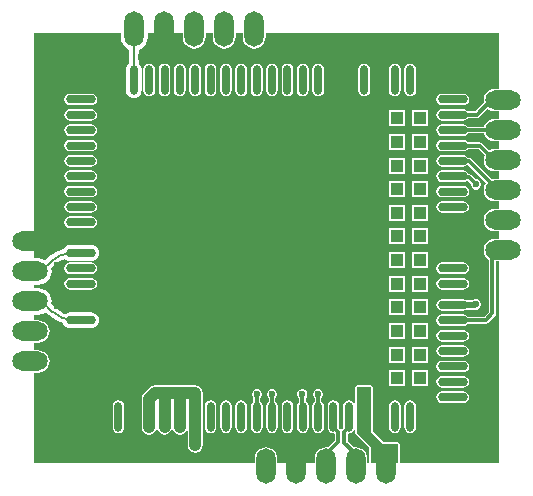
<source format=gtl>
G04*
G04 #@! TF.GenerationSoftware,Altium Limited,Altium Designer,22.2.1 (43)*
G04*
G04 Layer_Physical_Order=1*
G04 Layer_Color=255*
%FSLAX25Y25*%
%MOIN*%
G70*
G04*
G04 #@! TF.SameCoordinates,176B9DA6-FD0B-44AF-BA7B-BFE41C1ADE4B*
G04*
G04*
G04 #@! TF.FilePolarity,Positive*
G04*
G01*
G75*
%ADD12C,0.01181*%
%ADD13C,0.00787*%
G04:AMPARAMS|DCode=15|XSize=98.43mil|YSize=28.35mil|CornerRadius=14.17mil|HoleSize=0mil|Usage=FLASHONLY|Rotation=180.000|XOffset=0mil|YOffset=0mil|HoleType=Round|Shape=RoundedRectangle|*
%AMROUNDEDRECTD15*
21,1,0.09843,0.00000,0,0,180.0*
21,1,0.07008,0.02835,0,0,180.0*
1,1,0.02835,-0.03504,0.00000*
1,1,0.02835,0.03504,0.00000*
1,1,0.02835,0.03504,0.00000*
1,1,0.02835,-0.03504,0.00000*
%
%ADD15ROUNDEDRECTD15*%
G04:AMPARAMS|DCode=16|XSize=98.43mil|YSize=28.35mil|CornerRadius=14.17mil|HoleSize=0mil|Usage=FLASHONLY|Rotation=270.000|XOffset=0mil|YOffset=0mil|HoleType=Round|Shape=RoundedRectangle|*
%AMROUNDEDRECTD16*
21,1,0.09843,0.00000,0,0,270.0*
21,1,0.07008,0.02835,0,0,270.0*
1,1,0.02835,0.00000,-0.03504*
1,1,0.02835,0.00000,0.03504*
1,1,0.02835,0.00000,0.03504*
1,1,0.02835,0.00000,-0.03504*
%
%ADD16ROUNDEDRECTD16*%
%ADD17R,0.07874X0.11811*%
%ADD18R,0.04331X0.04331*%
%ADD25C,0.03937*%
%ADD26C,0.02000*%
G04:AMPARAMS|DCode=27|XSize=64.96mil|YSize=118.11mil|CornerRadius=32.48mil|HoleSize=0mil|Usage=FLASHONLY|Rotation=180.000|XOffset=0mil|YOffset=0mil|HoleType=Round|Shape=RoundedRectangle|*
%AMROUNDEDRECTD27*
21,1,0.06496,0.05315,0,0,180.0*
21,1,0.00000,0.11811,0,0,180.0*
1,1,0.06496,0.00000,0.02657*
1,1,0.06496,0.00000,0.02657*
1,1,0.06496,0.00000,-0.02657*
1,1,0.06496,0.00000,-0.02657*
%
%ADD27ROUNDEDRECTD27*%
G04:AMPARAMS|DCode=28|XSize=64.96mil|YSize=118.11mil|CornerRadius=32.48mil|HoleSize=0mil|Usage=FLASHONLY|Rotation=270.000|XOffset=0mil|YOffset=0mil|HoleType=Round|Shape=RoundedRectangle|*
%AMROUNDEDRECTD28*
21,1,0.06496,0.05315,0,0,270.0*
21,1,0.00000,0.11811,0,0,270.0*
1,1,0.06496,-0.02657,0.00000*
1,1,0.06496,-0.02657,0.00000*
1,1,0.06496,0.02657,0.00000*
1,1,0.06496,0.02657,0.00000*
%
%ADD28ROUNDEDRECTD28*%
%ADD29C,0.02362*%
G36*
X156286Y125907D02*
X154847D01*
X153868Y125778D01*
X152956Y125400D01*
X152173Y124799D01*
X151573Y124016D01*
X151195Y123105D01*
X151066Y122126D01*
X151181Y121254D01*
X148261Y118333D01*
X145836D01*
X145655Y118604D01*
X145021Y119028D01*
X144273Y119176D01*
X137265D01*
X136517Y119028D01*
X135882Y118604D01*
X135459Y117970D01*
X135310Y117221D01*
X135459Y116473D01*
X135882Y115839D01*
X136517Y115415D01*
X137265Y115267D01*
X144273D01*
X145021Y115415D01*
X145655Y115839D01*
X145836Y116110D01*
X148721D01*
X148722Y116110D01*
X149147Y116194D01*
X149508Y116435D01*
X152373Y119300D01*
X152956Y118852D01*
X153868Y118475D01*
X154847Y118346D01*
X156286D01*
Y115907D01*
X154847D01*
X153868Y115778D01*
X152956Y115400D01*
X152173Y114799D01*
X151573Y114016D01*
X151241Y113215D01*
X145836D01*
X145655Y113486D01*
X145021Y113909D01*
X144273Y114058D01*
X137265D01*
X136517Y113909D01*
X135882Y113486D01*
X135459Y112852D01*
X135310Y112103D01*
X135459Y111355D01*
X135882Y110721D01*
X136517Y110297D01*
X137265Y110149D01*
X144273D01*
X145021Y110297D01*
X145655Y110721D01*
X145836Y110992D01*
X151046D01*
X151075Y110973D01*
X151285Y110931D01*
X151573Y110236D01*
X152173Y109453D01*
X152956Y108852D01*
X153868Y108475D01*
X154847Y108346D01*
X156286D01*
Y105906D01*
X154847D01*
X153868Y105778D01*
X152956Y105400D01*
X152949Y105395D01*
X150676Y107668D01*
X150316Y107908D01*
X149890Y107993D01*
X149890Y107993D01*
X145905D01*
X145655Y108368D01*
X145021Y108791D01*
X144273Y108940D01*
X137265D01*
X136517Y108791D01*
X135882Y108368D01*
X135459Y107733D01*
X135310Y106985D01*
X135459Y106237D01*
X135882Y105603D01*
X136517Y105179D01*
X137265Y105030D01*
X144273D01*
X145021Y105179D01*
X145655Y105603D01*
X145766Y105769D01*
X149430D01*
X151458Y103741D01*
X151195Y103105D01*
X151066Y102126D01*
X151195Y101148D01*
X151573Y100236D01*
X152173Y99453D01*
X152956Y98852D01*
X153868Y98475D01*
X154847Y98346D01*
X156286D01*
Y95907D01*
X154847D01*
X153868Y95778D01*
X153802Y95750D01*
X147053Y102500D01*
X146692Y102741D01*
X146267Y102826D01*
X146267Y102826D01*
X145938D01*
X145655Y103250D01*
X145021Y103673D01*
X144273Y103822D01*
X137265D01*
X136517Y103673D01*
X135882Y103250D01*
X135459Y102615D01*
X135310Y101867D01*
X135459Y101119D01*
X135882Y100485D01*
X136517Y100061D01*
X137265Y99912D01*
X144273D01*
X145021Y100061D01*
X145655Y100485D01*
X146123Y100285D01*
X151928Y94480D01*
X151573Y94016D01*
X151195Y93105D01*
X151066Y92126D01*
X151195Y91148D01*
X151573Y90236D01*
X152173Y89453D01*
X152956Y88852D01*
X153868Y88475D01*
X154847Y88346D01*
X156286D01*
Y85906D01*
X154847D01*
X153868Y85778D01*
X152956Y85400D01*
X152173Y84799D01*
X151573Y84016D01*
X151195Y83105D01*
X151066Y82126D01*
X151195Y81148D01*
X151573Y80236D01*
X152173Y79453D01*
X152956Y78852D01*
X153868Y78475D01*
X154847Y78346D01*
X156286D01*
Y75906D01*
X154847D01*
X153868Y75778D01*
X152956Y75400D01*
X152173Y74799D01*
X151573Y74016D01*
X151195Y73105D01*
X151066Y72126D01*
X151195Y71148D01*
X151573Y70236D01*
X152173Y69453D01*
X152888Y68905D01*
Y51461D01*
X151257Y49830D01*
X145836D01*
X145655Y50100D01*
X145021Y50524D01*
X144273Y50672D01*
X137265D01*
X136517Y50524D01*
X135882Y50100D01*
X135459Y49466D01*
X135310Y48717D01*
X135459Y47969D01*
X135882Y47335D01*
X136517Y46911D01*
X137265Y46763D01*
X144273D01*
X145021Y46911D01*
X145655Y47335D01*
X145836Y47606D01*
X151717D01*
X151718Y47606D01*
X152143Y47690D01*
X152504Y47931D01*
X154786Y50214D01*
X154786Y50214D01*
X155027Y50574D01*
X155112Y51000D01*
Y68346D01*
X156286D01*
Y1204D01*
X123041D01*
Y7565D01*
X122883Y7948D01*
X122500Y8106D01*
X117616D01*
X114041Y11722D01*
Y26455D01*
X113883Y26837D01*
X113500Y26996D01*
X108814D01*
X108431Y26837D01*
X108273Y26455D01*
Y21269D01*
X107773Y21117D01*
X107505Y21517D01*
X106871Y21941D01*
X106123Y22090D01*
X105375Y21941D01*
X104741Y21517D01*
X104317Y20883D01*
X104168Y20135D01*
Y13127D01*
X104233Y12803D01*
X103862Y12433D01*
X103835Y12417D01*
X103777Y12395D01*
X103345D01*
X103248Y12433D01*
X102892Y12788D01*
X102960Y13127D01*
Y20135D01*
X102811Y20883D01*
X102387Y21517D01*
X101753Y21941D01*
X101005Y22090D01*
X100257Y21941D01*
X99623Y21517D01*
X99199Y20883D01*
X99050Y20135D01*
Y13127D01*
X99199Y12379D01*
X99623Y11745D01*
X100257Y11321D01*
X101005Y11172D01*
X101388Y10739D01*
Y8461D01*
X99265Y6337D01*
X98500Y6438D01*
X97522Y6309D01*
X96610Y5931D01*
X95827Y5331D01*
X95226Y4548D01*
X94848Y3636D01*
X94720Y2657D01*
Y1204D01*
X82280D01*
Y2657D01*
X82152Y3636D01*
X81774Y4548D01*
X81173Y5331D01*
X80390Y5931D01*
X79478Y6309D01*
X78500Y6438D01*
X77522Y6309D01*
X76610Y5931D01*
X75827Y5331D01*
X75226Y4548D01*
X74848Y3636D01*
X74720Y2657D01*
Y1204D01*
X1204D01*
Y31220D01*
X2657D01*
X3636Y31348D01*
X4548Y31726D01*
X5331Y32327D01*
X5931Y33110D01*
X6309Y34022D01*
X6438Y35000D01*
X6309Y35978D01*
X5931Y36890D01*
X5331Y37673D01*
X4548Y38274D01*
X3636Y38652D01*
X2657Y38780D01*
X1204D01*
Y41220D01*
X2657D01*
X3636Y41348D01*
X4548Y41726D01*
X5331Y42327D01*
X5931Y43110D01*
X6309Y44022D01*
X6438Y45000D01*
X6309Y45978D01*
X5931Y46890D01*
X5331Y47673D01*
X4548Y48274D01*
X3636Y48652D01*
X2657Y48780D01*
X1204D01*
Y50533D01*
X2657D01*
X3814Y50685D01*
X4891Y51131D01*
X5291Y51438D01*
X5865Y50865D01*
X6215Y50508D01*
X6215Y50508D01*
X7600Y49324D01*
X9154Y48372D01*
X10837Y47675D01*
X10872Y47667D01*
X10979Y47407D01*
X11396Y46864D01*
X11938Y46448D01*
X12571Y46186D01*
X13249Y46097D01*
X20257D01*
X20935Y46186D01*
X21567Y46448D01*
X22110Y46864D01*
X22527Y47407D01*
X22788Y48039D01*
X22878Y48717D01*
X22788Y49396D01*
X22527Y50028D01*
X22110Y50571D01*
X21567Y50987D01*
X20935Y51249D01*
X20257Y51338D01*
X13249D01*
X12571Y51249D01*
X11938Y50987D01*
X11689Y50796D01*
X11204Y50942D01*
X9749Y51720D01*
X8860Y52450D01*
X8489Y52782D01*
X8489D01*
X8142Y53129D01*
X7025Y54245D01*
X7125Y55000D01*
X6973Y56156D01*
X6526Y57234D01*
X5816Y58159D01*
X4891Y58869D01*
X3814Y59315D01*
X2657Y59467D01*
X1204D01*
Y60533D01*
X2657D01*
X3814Y60685D01*
X4891Y61131D01*
X5816Y61841D01*
X6526Y62766D01*
X6973Y63844D01*
X7125Y65000D01*
X6973Y66156D01*
X6959Y66189D01*
X7518Y66747D01*
X7865Y67094D01*
X8230Y67421D01*
X9125Y68156D01*
X10580Y68934D01*
X11512Y69216D01*
X11938Y68889D01*
X12571Y68627D01*
X13249Y68538D01*
X20257D01*
X20935Y68627D01*
X21567Y68889D01*
X22110Y69305D01*
X22527Y69848D01*
X22788Y70480D01*
X22878Y71158D01*
X22788Y71837D01*
X22527Y72469D01*
X22110Y73012D01*
X21567Y73428D01*
X20935Y73690D01*
X20257Y73779D01*
X13249D01*
X12571Y73690D01*
X11938Y73428D01*
X11396Y73012D01*
X10979Y72469D01*
X10941Y72376D01*
X10213Y72201D01*
X8529Y71504D01*
X6976Y70552D01*
X5591Y69368D01*
X5591Y69368D01*
X5241Y69011D01*
X5008Y68779D01*
X4891Y68869D01*
X3814Y69315D01*
X2657Y69467D01*
X1204D01*
Y144460D01*
X30155D01*
Y142999D01*
X30307Y141843D01*
X30754Y140766D01*
X31464Y139840D01*
X32389Y139130D01*
X32864Y138934D01*
Y134383D01*
X32616Y134193D01*
X32200Y133650D01*
X31938Y133018D01*
X31849Y132340D01*
Y125332D01*
X31938Y124653D01*
X32200Y124021D01*
X32616Y123478D01*
X33159Y123062D01*
X33791Y122800D01*
X34469Y122711D01*
X35148Y122800D01*
X35780Y123062D01*
X36323Y123478D01*
X36739Y124021D01*
X37001Y124653D01*
X37090Y125332D01*
Y132340D01*
X37001Y133018D01*
X36739Y133650D01*
X36323Y134193D01*
X36075Y134383D01*
Y138807D01*
X36856Y139130D01*
X37782Y139840D01*
X38491Y140766D01*
X38938Y141843D01*
X39090Y142999D01*
Y144460D01*
X50842D01*
Y142999D01*
X50971Y142021D01*
X51349Y141109D01*
X51950Y140326D01*
X52732Y139725D01*
X53644Y139348D01*
X54623Y139219D01*
X55601Y139348D01*
X56513Y139725D01*
X57296Y140326D01*
X57897Y141109D01*
X58274Y142021D01*
X58403Y142999D01*
Y144460D01*
X60842D01*
Y142999D01*
X60971Y142021D01*
X61349Y141109D01*
X61949Y140326D01*
X62732Y139725D01*
X63644Y139348D01*
X64623Y139219D01*
X65601Y139348D01*
X66513Y139725D01*
X67296Y140326D01*
X67896Y141109D01*
X68274Y142021D01*
X68403Y142999D01*
Y144460D01*
X70842D01*
Y142999D01*
X70971Y142021D01*
X71349Y141109D01*
X71949Y140326D01*
X72732Y139725D01*
X73644Y139348D01*
X74623Y139219D01*
X75601Y139348D01*
X76513Y139725D01*
X77296Y140326D01*
X77896Y141109D01*
X78274Y142021D01*
X78403Y142999D01*
Y144460D01*
X156286D01*
Y125907D01*
D02*
G37*
G36*
X113500Y11500D02*
X117390Y7565D01*
X122500D01*
Y1204D01*
X113500D01*
Y6500D01*
X108814Y11186D01*
Y26455D01*
X113500D01*
Y11500D01*
D02*
G37*
G36*
X108273Y11993D02*
Y11186D01*
X108272Y11186D01*
X108431Y10804D01*
X108431Y10804D01*
X112959Y6276D01*
Y1204D01*
X112280D01*
Y2657D01*
X112152Y3636D01*
X111774Y4548D01*
X111173Y5331D01*
X110390Y5931D01*
X109478Y6309D01*
X108500Y6438D01*
X107812Y6347D01*
X105722Y8437D01*
Y10742D01*
X106123Y11172D01*
X106871Y11321D01*
X107505Y11745D01*
X107773Y12145D01*
X108273Y11993D01*
D02*
G37*
%LPC*%
G36*
X126595Y134294D02*
X125847Y134146D01*
X125213Y133722D01*
X124789Y133088D01*
X124641Y132340D01*
Y125332D01*
X124789Y124584D01*
X125213Y123949D01*
X125847Y123526D01*
X126595Y123377D01*
X127343Y123526D01*
X127978Y123949D01*
X128402Y124584D01*
X128550Y125332D01*
Y132340D01*
X128402Y133088D01*
X127978Y133722D01*
X127343Y134146D01*
X126595Y134294D01*
D02*
G37*
G36*
X121477D02*
X120729Y134146D01*
X120095Y133722D01*
X119671Y133088D01*
X119522Y132340D01*
Y125332D01*
X119671Y124584D01*
X120095Y123949D01*
X120729Y123526D01*
X121477Y123377D01*
X122225Y123526D01*
X122860Y123949D01*
X123283Y124584D01*
X123432Y125332D01*
Y132340D01*
X123283Y133088D01*
X122860Y133722D01*
X122225Y134146D01*
X121477Y134294D01*
D02*
G37*
G36*
X111241D02*
X110493Y134146D01*
X109859Y133722D01*
X109435Y133088D01*
X109286Y132340D01*
Y125332D01*
X109435Y124584D01*
X109859Y123949D01*
X110493Y123526D01*
X111241Y123377D01*
X111989Y123526D01*
X112623Y123949D01*
X113047Y124584D01*
X113196Y125332D01*
Y132340D01*
X113047Y133088D01*
X112623Y133722D01*
X111989Y134146D01*
X111241Y134294D01*
D02*
G37*
G36*
X95887D02*
X95139Y134146D01*
X94504Y133722D01*
X94081Y133088D01*
X93932Y132340D01*
Y125332D01*
X94081Y124584D01*
X94504Y123949D01*
X95139Y123526D01*
X95887Y123377D01*
X96635Y123526D01*
X97269Y123949D01*
X97693Y124584D01*
X97842Y125332D01*
Y132340D01*
X97693Y133088D01*
X97269Y133722D01*
X96635Y134146D01*
X95887Y134294D01*
D02*
G37*
G36*
X90769D02*
X90021Y134146D01*
X89386Y133722D01*
X88963Y133088D01*
X88814Y132340D01*
Y125332D01*
X88963Y124584D01*
X89386Y123949D01*
X90021Y123526D01*
X90769Y123377D01*
X91517Y123526D01*
X92151Y123949D01*
X92575Y124584D01*
X92724Y125332D01*
Y132340D01*
X92575Y133088D01*
X92151Y133722D01*
X91517Y134146D01*
X90769Y134294D01*
D02*
G37*
G36*
X85650D02*
X84902Y134146D01*
X84268Y133722D01*
X83845Y133088D01*
X83696Y132340D01*
Y125332D01*
X83845Y124584D01*
X84268Y123949D01*
X84902Y123526D01*
X85650Y123377D01*
X86399Y123526D01*
X87033Y123949D01*
X87457Y124584D01*
X87605Y125332D01*
Y132340D01*
X87457Y133088D01*
X87033Y133722D01*
X86399Y134146D01*
X85650Y134294D01*
D02*
G37*
G36*
X80532D02*
X79784Y134146D01*
X79150Y133722D01*
X78726Y133088D01*
X78578Y132340D01*
Y125332D01*
X78726Y124584D01*
X79150Y123949D01*
X79784Y123526D01*
X80532Y123377D01*
X81280Y123526D01*
X81915Y123949D01*
X82339Y124584D01*
X82487Y125332D01*
Y132340D01*
X82339Y133088D01*
X81915Y133722D01*
X81280Y134146D01*
X80532Y134294D01*
D02*
G37*
G36*
X75414D02*
X74666Y134146D01*
X74032Y133722D01*
X73608Y133088D01*
X73459Y132340D01*
Y125332D01*
X73608Y124584D01*
X74032Y123949D01*
X74666Y123526D01*
X75414Y123377D01*
X76162Y123526D01*
X76797Y123949D01*
X77220Y124584D01*
X77369Y125332D01*
Y132340D01*
X77220Y133088D01*
X76797Y133722D01*
X76162Y134146D01*
X75414Y134294D01*
D02*
G37*
G36*
X70296D02*
X69548Y134146D01*
X68914Y133722D01*
X68490Y133088D01*
X68341Y132340D01*
Y125332D01*
X68490Y124584D01*
X68914Y123949D01*
X69548Y123526D01*
X70296Y123377D01*
X71044Y123526D01*
X71679Y123949D01*
X72102Y124584D01*
X72251Y125332D01*
Y132340D01*
X72102Y133088D01*
X71679Y133722D01*
X71044Y134146D01*
X70296Y134294D01*
D02*
G37*
G36*
X65178D02*
X64430Y134146D01*
X63796Y133722D01*
X63372Y133088D01*
X63223Y132340D01*
Y125332D01*
X63372Y124584D01*
X63796Y123949D01*
X64430Y123526D01*
X65178Y123377D01*
X65926Y123526D01*
X66560Y123949D01*
X66984Y124584D01*
X67133Y125332D01*
Y132340D01*
X66984Y133088D01*
X66560Y133722D01*
X65926Y134146D01*
X65178Y134294D01*
D02*
G37*
G36*
X60060D02*
X59312Y134146D01*
X58678Y133722D01*
X58254Y133088D01*
X58105Y132340D01*
Y125332D01*
X58254Y124584D01*
X58678Y123949D01*
X59312Y123526D01*
X60060Y123377D01*
X60808Y123526D01*
X61442Y123949D01*
X61866Y124584D01*
X62015Y125332D01*
Y132340D01*
X61866Y133088D01*
X61442Y133722D01*
X60808Y134146D01*
X60060Y134294D01*
D02*
G37*
G36*
X54942D02*
X54194Y134146D01*
X53560Y133722D01*
X53136Y133088D01*
X52987Y132340D01*
Y125332D01*
X53136Y124584D01*
X53560Y123949D01*
X54194Y123526D01*
X54942Y123377D01*
X55690Y123526D01*
X56324Y123949D01*
X56748Y124584D01*
X56897Y125332D01*
Y132340D01*
X56748Y133088D01*
X56324Y133722D01*
X55690Y134146D01*
X54942Y134294D01*
D02*
G37*
G36*
X49824D02*
X49076Y134146D01*
X48441Y133722D01*
X48018Y133088D01*
X47869Y132340D01*
Y125332D01*
X48018Y124584D01*
X48441Y123949D01*
X49076Y123526D01*
X49824Y123377D01*
X50572Y123526D01*
X51206Y123949D01*
X51630Y124584D01*
X51779Y125332D01*
Y132340D01*
X51630Y133088D01*
X51206Y133722D01*
X50572Y134146D01*
X49824Y134294D01*
D02*
G37*
G36*
X44706D02*
X43958Y134146D01*
X43323Y133722D01*
X42900Y133088D01*
X42751Y132340D01*
Y125332D01*
X42900Y124584D01*
X43323Y123949D01*
X43958Y123526D01*
X44706Y123377D01*
X45454Y123526D01*
X46088Y123949D01*
X46512Y124584D01*
X46661Y125332D01*
Y132340D01*
X46512Y133088D01*
X46088Y133722D01*
X45454Y134146D01*
X44706Y134294D01*
D02*
G37*
G36*
X39588D02*
X38839Y134146D01*
X38205Y133722D01*
X37782Y133088D01*
X37633Y132340D01*
Y125332D01*
X37782Y124584D01*
X38205Y123949D01*
X38839Y123526D01*
X39588Y123377D01*
X40336Y123526D01*
X40970Y123949D01*
X41394Y124584D01*
X41542Y125332D01*
Y132340D01*
X41394Y133088D01*
X40970Y133722D01*
X40336Y134146D01*
X39588Y134294D01*
D02*
G37*
G36*
X144273Y124294D02*
X137265D01*
X136517Y124146D01*
X135882Y123722D01*
X135459Y123088D01*
X135310Y122340D01*
X135459Y121591D01*
X135882Y120957D01*
X136517Y120534D01*
X137265Y120385D01*
X144273D01*
X145021Y120534D01*
X145655Y120957D01*
X146079Y121591D01*
X146228Y122340D01*
X146079Y123088D01*
X145655Y123722D01*
X145021Y124146D01*
X144273Y124294D01*
D02*
G37*
G36*
X20257D02*
X13249D01*
X12501Y124146D01*
X11867Y123722D01*
X11443Y123088D01*
X11294Y122340D01*
X11443Y121591D01*
X11867Y120957D01*
X12501Y120534D01*
X13249Y120385D01*
X20257D01*
X21005Y120534D01*
X21639Y120957D01*
X22063Y121591D01*
X22212Y122340D01*
X22063Y123088D01*
X21639Y123722D01*
X21005Y124146D01*
X20257Y124294D01*
D02*
G37*
G36*
Y119176D02*
X13249D01*
X12501Y119028D01*
X11867Y118604D01*
X11443Y117970D01*
X11294Y117221D01*
X11443Y116473D01*
X11867Y115839D01*
X12501Y115415D01*
X13249Y115267D01*
X20257D01*
X21005Y115415D01*
X21639Y115839D01*
X22063Y116473D01*
X22212Y117221D01*
X22063Y117970D01*
X21639Y118604D01*
X21005Y119028D01*
X20257Y119176D01*
D02*
G37*
G36*
X132607Y118706D02*
X127277D01*
Y113375D01*
X132607D01*
Y118706D01*
D02*
G37*
G36*
X124733D02*
X119403D01*
Y113375D01*
X124733D01*
Y118706D01*
D02*
G37*
G36*
X20257Y114058D02*
X13249D01*
X12501Y113909D01*
X11867Y113486D01*
X11443Y112852D01*
X11294Y112103D01*
X11443Y111355D01*
X11867Y110721D01*
X12501Y110297D01*
X13249Y110149D01*
X20257D01*
X21005Y110297D01*
X21639Y110721D01*
X22063Y111355D01*
X22212Y112103D01*
X22063Y112852D01*
X21639Y113486D01*
X21005Y113909D01*
X20257Y114058D01*
D02*
G37*
G36*
X132607Y110832D02*
X127277D01*
Y105501D01*
X132607D01*
Y110832D01*
D02*
G37*
G36*
X124733D02*
X119403D01*
Y105501D01*
X124733D01*
Y110832D01*
D02*
G37*
G36*
X20257Y108940D02*
X13249D01*
X12501Y108791D01*
X11867Y108368D01*
X11443Y107733D01*
X11294Y106985D01*
X11443Y106237D01*
X11867Y105603D01*
X12501Y105179D01*
X13249Y105030D01*
X20257D01*
X21005Y105179D01*
X21639Y105603D01*
X22063Y106237D01*
X22212Y106985D01*
X22063Y107733D01*
X21639Y108368D01*
X21005Y108791D01*
X20257Y108940D01*
D02*
G37*
G36*
Y103822D02*
X13249D01*
X12501Y103673D01*
X11867Y103250D01*
X11443Y102615D01*
X11294Y101867D01*
X11443Y101119D01*
X11867Y100485D01*
X12501Y100061D01*
X13249Y99912D01*
X20257D01*
X21005Y100061D01*
X21639Y100485D01*
X22063Y101119D01*
X22212Y101867D01*
X22063Y102615D01*
X21639Y103250D01*
X21005Y103673D01*
X20257Y103822D01*
D02*
G37*
G36*
X132607Y102958D02*
X127277D01*
Y97627D01*
X132607D01*
Y102958D01*
D02*
G37*
G36*
X124733D02*
X119403D01*
Y97627D01*
X124733D01*
Y102958D01*
D02*
G37*
G36*
X20257Y98704D02*
X13249D01*
X12501Y98555D01*
X11867Y98131D01*
X11443Y97497D01*
X11294Y96749D01*
X11443Y96001D01*
X11867Y95367D01*
X12501Y94943D01*
X13249Y94794D01*
X20257D01*
X21005Y94943D01*
X21639Y95367D01*
X22063Y96001D01*
X22212Y96749D01*
X22063Y97497D01*
X21639Y98131D01*
X21005Y98555D01*
X20257Y98704D01*
D02*
G37*
G36*
X144273D02*
X137265D01*
X136517Y98555D01*
X135882Y98131D01*
X135459Y97497D01*
X135310Y96749D01*
X135459Y96001D01*
X135882Y95367D01*
X136517Y94943D01*
X137265Y94794D01*
X144273D01*
X145021Y94943D01*
X145586Y95321D01*
X145607D01*
X146819Y94109D01*
Y93666D01*
X147075Y93048D01*
X147548Y92575D01*
X148166Y92319D01*
X148834D01*
X149452Y92575D01*
X149925Y93048D01*
X150181Y93666D01*
Y94334D01*
X149925Y94952D01*
X149452Y95425D01*
X148834Y95681D01*
X148391D01*
X146854Y97219D01*
X146493Y97460D01*
X146067Y97545D01*
X146067Y97545D01*
X146047D01*
X145655Y98131D01*
X145021Y98555D01*
X144273Y98704D01*
D02*
G37*
G36*
X132607Y95084D02*
X127277D01*
Y89753D01*
X132607D01*
Y95084D01*
D02*
G37*
G36*
X124733D02*
X119403D01*
Y89753D01*
X124733D01*
Y95084D01*
D02*
G37*
G36*
X144273Y93586D02*
X137265D01*
X136517Y93437D01*
X135882Y93013D01*
X135459Y92379D01*
X135310Y91631D01*
X135459Y90883D01*
X135882Y90249D01*
X136517Y89825D01*
X137265Y89676D01*
X144273D01*
X145021Y89825D01*
X145655Y90249D01*
X146079Y90883D01*
X146228Y91631D01*
X146079Y92379D01*
X145655Y93013D01*
X145021Y93437D01*
X144273Y93586D01*
D02*
G37*
G36*
X20257D02*
X13249D01*
X12501Y93437D01*
X11867Y93013D01*
X11443Y92379D01*
X11294Y91631D01*
X11443Y90883D01*
X11867Y90249D01*
X12501Y89825D01*
X13249Y89676D01*
X20257D01*
X21005Y89825D01*
X21639Y90249D01*
X22063Y90883D01*
X22212Y91631D01*
X22063Y92379D01*
X21639Y93013D01*
X21005Y93437D01*
X20257Y93586D01*
D02*
G37*
G36*
X144273Y88468D02*
X137265D01*
X136517Y88319D01*
X135882Y87895D01*
X135459Y87261D01*
X135310Y86513D01*
X135459Y85765D01*
X135882Y85131D01*
X136517Y84707D01*
X137265Y84558D01*
X144273D01*
X145021Y84707D01*
X145655Y85131D01*
X146079Y85765D01*
X146228Y86513D01*
X146079Y87261D01*
X145655Y87895D01*
X145021Y88319D01*
X144273Y88468D01*
D02*
G37*
G36*
X20257D02*
X13249D01*
X12501Y88319D01*
X11867Y87895D01*
X11443Y87261D01*
X11294Y86513D01*
X11443Y85765D01*
X11867Y85131D01*
X12501Y84707D01*
X13249Y84558D01*
X20257D01*
X21005Y84707D01*
X21639Y85131D01*
X22063Y85765D01*
X22212Y86513D01*
X22063Y87261D01*
X21639Y87895D01*
X21005Y88319D01*
X20257Y88468D01*
D02*
G37*
G36*
X132607Y87210D02*
X127277D01*
Y81879D01*
X132607D01*
Y87210D01*
D02*
G37*
G36*
X124733D02*
X119403D01*
Y81879D01*
X124733D01*
Y87210D01*
D02*
G37*
G36*
X20257Y83350D02*
X13249D01*
X12501Y83201D01*
X11867Y82777D01*
X11443Y82143D01*
X11294Y81395D01*
X11443Y80647D01*
X11867Y80012D01*
X12501Y79589D01*
X13249Y79440D01*
X20257D01*
X21005Y79589D01*
X21639Y80012D01*
X22063Y80647D01*
X22212Y81395D01*
X22063Y82143D01*
X21639Y82777D01*
X21005Y83201D01*
X20257Y83350D01*
D02*
G37*
G36*
X132607Y79336D02*
X127277D01*
Y74005D01*
X132607D01*
Y79336D01*
D02*
G37*
G36*
X124733D02*
X119403D01*
Y74005D01*
X124733D01*
Y79336D01*
D02*
G37*
G36*
X132607Y71462D02*
X127277D01*
Y66131D01*
X132607D01*
Y71462D01*
D02*
G37*
G36*
X124733D02*
X119403D01*
Y66131D01*
X124733D01*
Y71462D01*
D02*
G37*
G36*
X144273Y67995D02*
X137265D01*
X136517Y67847D01*
X135882Y67423D01*
X135459Y66789D01*
X135310Y66040D01*
X135459Y65292D01*
X135882Y64658D01*
X136517Y64234D01*
X137265Y64086D01*
X144273D01*
X145021Y64234D01*
X145655Y64658D01*
X146079Y65292D01*
X146228Y66040D01*
X146079Y66789D01*
X145655Y67423D01*
X145021Y67847D01*
X144273Y67995D01*
D02*
G37*
G36*
X20257D02*
X13249D01*
X12501Y67847D01*
X11867Y67423D01*
X11443Y66789D01*
X11294Y66040D01*
X11443Y65292D01*
X11867Y64658D01*
X12501Y64234D01*
X13249Y64086D01*
X20257D01*
X21005Y64234D01*
X21639Y64658D01*
X22063Y65292D01*
X22212Y66040D01*
X22063Y66789D01*
X21639Y67423D01*
X21005Y67847D01*
X20257Y67995D01*
D02*
G37*
G36*
X144273Y62877D02*
X137265D01*
X136517Y62728D01*
X135882Y62305D01*
X135459Y61670D01*
X135310Y60922D01*
X135459Y60174D01*
X135882Y59540D01*
X136517Y59116D01*
X137265Y58967D01*
X144273D01*
X145021Y59116D01*
X145655Y59540D01*
X146079Y60174D01*
X146228Y60922D01*
X146079Y61670D01*
X145655Y62305D01*
X145021Y62728D01*
X144273Y62877D01*
D02*
G37*
G36*
X20257D02*
X13249D01*
X12501Y62728D01*
X11867Y62305D01*
X11443Y61670D01*
X11294Y60922D01*
X11443Y60174D01*
X11867Y59540D01*
X12501Y59116D01*
X13249Y58967D01*
X20257D01*
X21005Y59116D01*
X21639Y59540D01*
X22063Y60174D01*
X22212Y60922D01*
X22063Y61670D01*
X21639Y62305D01*
X21005Y62728D01*
X20257Y62877D01*
D02*
G37*
G36*
X132607Y63588D02*
X127277D01*
Y58257D01*
X132607D01*
Y63588D01*
D02*
G37*
G36*
X124733D02*
X119403D01*
Y58257D01*
X124733D01*
Y63588D01*
D02*
G37*
G36*
X144273Y55791D02*
X137265D01*
X136517Y55642D01*
X135882Y55218D01*
X135459Y54584D01*
X135310Y53836D01*
X135459Y53088D01*
X135882Y52453D01*
X136517Y52030D01*
X137265Y51881D01*
X144273D01*
X145021Y52030D01*
X145435Y52306D01*
X148336D01*
X148399Y52319D01*
X148834D01*
X149452Y52575D01*
X149925Y53048D01*
X150181Y53666D01*
Y54334D01*
X149925Y54952D01*
X149452Y55425D01*
X148834Y55681D01*
X148166D01*
X147548Y55425D01*
X147488Y55365D01*
X145435D01*
X145021Y55642D01*
X144273Y55791D01*
D02*
G37*
G36*
X132607Y55714D02*
X127277D01*
Y50383D01*
X132607D01*
Y55714D01*
D02*
G37*
G36*
X124733D02*
X119403D01*
Y50383D01*
X124733D01*
Y55714D01*
D02*
G37*
G36*
X132607Y47840D02*
X127277D01*
Y42509D01*
X132607D01*
Y47840D01*
D02*
G37*
G36*
X124733D02*
X119403D01*
Y42509D01*
X124733D01*
Y47840D01*
D02*
G37*
G36*
X144273Y45554D02*
X137265D01*
X136517Y45406D01*
X135882Y44982D01*
X135459Y44348D01*
X135310Y43599D01*
X135459Y42851D01*
X135882Y42217D01*
X136517Y41793D01*
X137265Y41645D01*
X144273D01*
X145021Y41793D01*
X145655Y42217D01*
X146079Y42851D01*
X146228Y43599D01*
X146079Y44348D01*
X145655Y44982D01*
X145021Y45406D01*
X144273Y45554D01*
D02*
G37*
G36*
Y40436D02*
X137265D01*
X136517Y40287D01*
X135882Y39864D01*
X135459Y39229D01*
X135310Y38481D01*
X135459Y37733D01*
X135882Y37099D01*
X136517Y36675D01*
X137265Y36526D01*
X144273D01*
X145021Y36675D01*
X145655Y37099D01*
X146079Y37733D01*
X146228Y38481D01*
X146079Y39229D01*
X145655Y39864D01*
X145021Y40287D01*
X144273Y40436D01*
D02*
G37*
G36*
X132607Y39966D02*
X127277D01*
Y34635D01*
X132607D01*
Y39966D01*
D02*
G37*
G36*
X124733D02*
X119403D01*
Y34635D01*
X124733D01*
Y39966D01*
D02*
G37*
G36*
X144273Y35318D02*
X137265D01*
X136517Y35169D01*
X135882Y34745D01*
X135459Y34111D01*
X135310Y33363D01*
X135459Y32615D01*
X135882Y31981D01*
X136517Y31557D01*
X137265Y31408D01*
X144273D01*
X145021Y31557D01*
X145655Y31981D01*
X146079Y32615D01*
X146228Y33363D01*
X146079Y34111D01*
X145655Y34745D01*
X145021Y35169D01*
X144273Y35318D01*
D02*
G37*
G36*
X132607Y32092D02*
X127277D01*
Y26761D01*
X132607D01*
Y32092D01*
D02*
G37*
G36*
X124733D02*
X119403D01*
Y26761D01*
X124733D01*
Y32092D01*
D02*
G37*
G36*
X144273Y30200D02*
X137265D01*
X136517Y30051D01*
X135882Y29627D01*
X135459Y28993D01*
X135310Y28245D01*
X135459Y27497D01*
X135882Y26863D01*
X136517Y26439D01*
X137265Y26290D01*
X144273D01*
X145021Y26439D01*
X145655Y26863D01*
X146079Y27497D01*
X146228Y28245D01*
X146079Y28993D01*
X145655Y29627D01*
X145021Y30051D01*
X144273Y30200D01*
D02*
G37*
G36*
Y25082D02*
X137265D01*
X136517Y24933D01*
X135882Y24509D01*
X135459Y23875D01*
X135310Y23127D01*
X135459Y22379D01*
X135882Y21745D01*
X136517Y21321D01*
X137265Y21172D01*
X144273D01*
X145021Y21321D01*
X145655Y21745D01*
X146079Y22379D01*
X146228Y23127D01*
X146079Y23875D01*
X145655Y24509D01*
X145021Y24933D01*
X144273Y25082D01*
D02*
G37*
G36*
X126595Y22090D02*
X125847Y21941D01*
X125213Y21517D01*
X124789Y20883D01*
X124641Y20135D01*
Y13127D01*
X124789Y12379D01*
X125213Y11745D01*
X125847Y11321D01*
X126595Y11172D01*
X127343Y11321D01*
X127978Y11745D01*
X128402Y12379D01*
X128550Y13127D01*
Y20135D01*
X128402Y20883D01*
X127978Y21517D01*
X127343Y21941D01*
X126595Y22090D01*
D02*
G37*
G36*
X121477D02*
X120729Y21941D01*
X120095Y21517D01*
X119671Y20883D01*
X119522Y20135D01*
Y13127D01*
X119671Y12379D01*
X120095Y11745D01*
X120729Y11321D01*
X121477Y11172D01*
X122225Y11321D01*
X122860Y11745D01*
X123283Y12379D01*
X123432Y13127D01*
Y20135D01*
X123283Y20883D01*
X122860Y21517D01*
X122225Y21941D01*
X121477Y22090D01*
D02*
G37*
G36*
X96216Y25695D02*
X95547D01*
X94929Y25440D01*
X94456Y24967D01*
X94200Y24349D01*
Y23680D01*
X94456Y23062D01*
X94769Y22749D01*
Y21694D01*
X94504Y21517D01*
X94081Y20883D01*
X93932Y20135D01*
Y13127D01*
X94081Y12379D01*
X94504Y11745D01*
X95139Y11321D01*
X95887Y11172D01*
X96635Y11321D01*
X97269Y11745D01*
X97693Y12379D01*
X97842Y13127D01*
Y20135D01*
X97693Y20883D01*
X97269Y21517D01*
X96993Y21701D01*
Y22749D01*
X97306Y23062D01*
X97562Y23680D01*
Y24349D01*
X97306Y24967D01*
X96833Y25440D01*
X96216Y25695D01*
D02*
G37*
G36*
X91006Y25745D02*
X90338D01*
X89720Y25489D01*
X89247Y25016D01*
X88991Y24399D01*
Y23730D01*
X89247Y23112D01*
X89560Y22799D01*
Y21633D01*
X89386Y21517D01*
X88963Y20883D01*
X88814Y20135D01*
Y13127D01*
X88963Y12379D01*
X89386Y11745D01*
X90021Y11321D01*
X90769Y11172D01*
X91517Y11321D01*
X92151Y11745D01*
X92575Y12379D01*
X92724Y13127D01*
Y20135D01*
X92575Y20883D01*
X92151Y21517D01*
X91784Y21763D01*
Y22799D01*
X92097Y23112D01*
X92353Y23730D01*
Y24399D01*
X92097Y25016D01*
X91624Y25489D01*
X91006Y25745D01*
D02*
G37*
G36*
X85650Y22090D02*
X84902Y21941D01*
X84268Y21517D01*
X83845Y20883D01*
X83696Y20135D01*
Y13127D01*
X83845Y12379D01*
X84268Y11745D01*
X84902Y11321D01*
X85650Y11172D01*
X86399Y11321D01*
X87033Y11745D01*
X87457Y12379D01*
X87605Y13127D01*
Y20135D01*
X87457Y20883D01*
X87033Y21517D01*
X86399Y21941D01*
X85650Y22090D01*
D02*
G37*
G36*
X80834Y25681D02*
X80166D01*
X79548Y25425D01*
X79075Y24952D01*
X78819Y24334D01*
Y23666D01*
X79075Y23048D01*
X79388Y22735D01*
Y21676D01*
X79150Y21517D01*
X78726Y20883D01*
X78578Y20135D01*
Y13127D01*
X78726Y12379D01*
X79150Y11745D01*
X79784Y11321D01*
X80532Y11172D01*
X81280Y11321D01*
X81915Y11745D01*
X82339Y12379D01*
X82487Y13127D01*
Y20135D01*
X82339Y20883D01*
X81915Y21517D01*
X81612Y21720D01*
Y22735D01*
X81925Y23048D01*
X82181Y23666D01*
Y24334D01*
X81925Y24952D01*
X81452Y25425D01*
X80834Y25681D01*
D02*
G37*
G36*
X75834D02*
X75166D01*
X74548Y25425D01*
X74075Y24952D01*
X73819Y24334D01*
Y23666D01*
X74075Y23048D01*
X74302Y22820D01*
Y21698D01*
X74032Y21517D01*
X73608Y20883D01*
X73459Y20135D01*
Y13127D01*
X73608Y12379D01*
X74032Y11745D01*
X74666Y11321D01*
X75414Y11172D01*
X76162Y11321D01*
X76797Y11745D01*
X77220Y12379D01*
X77369Y13127D01*
Y20135D01*
X77220Y20883D01*
X76797Y21517D01*
X76526Y21698D01*
Y22649D01*
X76925Y23048D01*
X77181Y23666D01*
Y24334D01*
X76925Y24952D01*
X76452Y25425D01*
X75834Y25681D01*
D02*
G37*
G36*
X70296Y22090D02*
X69548Y21941D01*
X68914Y21517D01*
X68490Y20883D01*
X68341Y20135D01*
Y13127D01*
X68490Y12379D01*
X68914Y11745D01*
X69548Y11321D01*
X70296Y11172D01*
X71044Y11321D01*
X71679Y11745D01*
X72102Y12379D01*
X72251Y13127D01*
Y20135D01*
X72102Y20883D01*
X71679Y21517D01*
X71044Y21941D01*
X70296Y22090D01*
D02*
G37*
G36*
X65178D02*
X64430Y21941D01*
X63796Y21517D01*
X63372Y20883D01*
X63223Y20135D01*
Y13127D01*
X63372Y12379D01*
X63796Y11745D01*
X64430Y11321D01*
X65178Y11172D01*
X65926Y11321D01*
X66560Y11745D01*
X66984Y12379D01*
X67133Y13127D01*
Y20135D01*
X66984Y20883D01*
X66560Y21517D01*
X65926Y21941D01*
X65178Y22090D01*
D02*
G37*
G36*
X60060D02*
X59312Y21941D01*
X58678Y21517D01*
X58254Y20883D01*
X58105Y20135D01*
Y13127D01*
X58254Y12379D01*
X58678Y11745D01*
X59312Y11321D01*
X60060Y11172D01*
X60808Y11321D01*
X61442Y11745D01*
X61866Y12379D01*
X62015Y13127D01*
Y20135D01*
X61866Y20883D01*
X61442Y21517D01*
X60808Y21941D01*
X60060Y22090D01*
D02*
G37*
G36*
X29351D02*
X28603Y21941D01*
X27969Y21517D01*
X27545Y20883D01*
X27396Y20135D01*
Y13127D01*
X27545Y12379D01*
X27969Y11745D01*
X28603Y11321D01*
X29351Y11172D01*
X30099Y11321D01*
X30734Y11745D01*
X31157Y12379D01*
X31306Y13127D01*
Y20135D01*
X31157Y20883D01*
X30734Y21517D01*
X30099Y21941D01*
X29351Y22090D01*
D02*
G37*
G36*
X54940Y27017D02*
X41454D01*
X40491Y26825D01*
X39674Y26280D01*
X37771Y24376D01*
X37225Y23560D01*
X37034Y22596D01*
Y13076D01*
X37225Y12112D01*
X37771Y11296D01*
X38587Y10750D01*
X39551Y10559D01*
X40514Y10750D01*
X41330Y11296D01*
X41876Y12112D01*
X41881Y12140D01*
X42290Y12183D01*
X42397Y12169D01*
X42926Y11377D01*
X43742Y10831D01*
X44706Y10639D01*
X45669Y10831D01*
X46485Y11377D01*
X46995Y12139D01*
X47287Y12159D01*
X47528Y12126D01*
X48044Y11353D01*
X48861Y10808D01*
X49824Y10616D01*
X50787Y10808D01*
X51604Y11353D01*
X51925Y11834D01*
X52425Y11683D01*
Y7058D01*
X52617Y6095D01*
X53162Y5278D01*
X53220Y5220D01*
X54037Y4675D01*
X55000Y4483D01*
X55963Y4675D01*
X56780Y5220D01*
X57325Y6037D01*
X57517Y7000D01*
X57459Y7292D01*
Y16631D01*
X57457Y16641D01*
Y24500D01*
X57265Y25463D01*
X56720Y26280D01*
X55903Y26825D01*
X54940Y27017D01*
D02*
G37*
%LPD*%
D12*
X95881Y16636D02*
X95887Y16631D01*
X95881Y16636D02*
Y24014D01*
X90672Y16728D02*
X90769Y16631D01*
X90672Y16728D02*
Y24064D01*
X75414Y23914D02*
X75500Y24000D01*
X75414Y16631D02*
Y23914D01*
X80500Y16663D02*
X80532Y16631D01*
X80500Y16663D02*
Y24000D01*
X107478Y4250D02*
Y5108D01*
X107000Y3772D02*
X107478Y4250D01*
X104610Y7976D02*
X107478Y5108D01*
X104610Y7976D02*
Y11608D01*
X106123Y13121D02*
Y16631D01*
X104610Y11608D02*
X106123Y13121D01*
X101005Y13104D02*
Y16631D01*
Y13104D02*
X102500Y11608D01*
X99354Y4854D02*
X102500Y8000D01*
Y11608D01*
X141085Y96433D02*
X146067D01*
X140769Y96749D02*
X141085Y96433D01*
X146067D02*
X148500Y94000D01*
X155049Y69671D02*
X157504Y72126D01*
X154000Y69671D02*
X155049D01*
X154000Y51000D02*
Y69671D01*
X151718Y48717D02*
X154000Y51000D01*
X140769Y48717D02*
X151718D01*
X155549Y112000D02*
X155566Y111983D01*
X151500Y112000D02*
X155549D01*
X140769Y101867D02*
X140922Y101714D01*
X154246Y93734D02*
X155484D01*
X146267Y101714D02*
X154246Y93734D01*
X140922Y101714D02*
X146267D01*
X140873Y106881D02*
X149890D01*
X153628Y103143D02*
X154705D01*
X149890Y106881D02*
X153628Y103143D01*
X140769Y106985D02*
X140873Y106881D01*
X140769Y112103D02*
X151397D01*
X153614Y122114D02*
X156309D01*
X148722Y117221D02*
X153614Y122114D01*
X140769Y117221D02*
X148722D01*
D13*
X13801Y71158D02*
G03*
X6730Y68230I0J-10000D01*
G01*
X7354Y51647D02*
G03*
X14425Y48717I7071J7071D01*
G01*
X34469Y140469D02*
X35500Y141500D01*
X34469Y128836D02*
Y140469D01*
X13801Y71158D02*
X16753D01*
X3500Y65000D02*
X6730Y68230D01*
X0Y65000D02*
X3500D01*
X14425Y48717D02*
X16753D01*
X4000Y55000D02*
X7354Y51647D01*
X0Y55000D02*
X4000D01*
D15*
X140769Y23127D02*
D03*
Y28245D02*
D03*
Y33363D02*
D03*
Y38481D02*
D03*
Y43599D02*
D03*
Y48717D02*
D03*
Y53836D02*
D03*
Y71158D02*
D03*
Y76277D02*
D03*
Y81395D02*
D03*
Y86513D02*
D03*
Y91631D02*
D03*
Y96749D02*
D03*
Y101867D02*
D03*
Y106985D02*
D03*
Y112103D02*
D03*
Y117221D02*
D03*
Y122340D02*
D03*
X16753D02*
D03*
Y117221D02*
D03*
Y112103D02*
D03*
Y106985D02*
D03*
Y101867D02*
D03*
Y96749D02*
D03*
Y91631D02*
D03*
Y86513D02*
D03*
Y81395D02*
D03*
Y76277D02*
D03*
Y71158D02*
D03*
Y53836D02*
D03*
Y48717D02*
D03*
Y43599D02*
D03*
Y38481D02*
D03*
Y33363D02*
D03*
Y28245D02*
D03*
Y23127D02*
D03*
X140769Y60922D02*
D03*
Y66040D02*
D03*
X16753D02*
D03*
Y60922D02*
D03*
D16*
X116359Y128836D02*
D03*
X111241D02*
D03*
X106123D02*
D03*
X101005D02*
D03*
X95887D02*
D03*
X90769D02*
D03*
X85650D02*
D03*
X80532D02*
D03*
X75414D02*
D03*
X70296D02*
D03*
X65178D02*
D03*
X60060D02*
D03*
X54942D02*
D03*
X49824D02*
D03*
X44706D02*
D03*
X39588D02*
D03*
X34469D02*
D03*
X29351D02*
D03*
Y16631D02*
D03*
X34469D02*
D03*
X39588D02*
D03*
X44706D02*
D03*
X49824D02*
D03*
X54942D02*
D03*
X60060D02*
D03*
X65178D02*
D03*
X70296D02*
D03*
X75414D02*
D03*
X80532D02*
D03*
X85650D02*
D03*
X90769D02*
D03*
X95887D02*
D03*
X101005D02*
D03*
X106123D02*
D03*
X111241D02*
D03*
X116359D02*
D03*
X121477D02*
D03*
X126595D02*
D03*
X121477Y128836D02*
D03*
X126595D02*
D03*
D17*
X46477Y34938D02*
D03*
Y53836D02*
D03*
Y72733D02*
D03*
Y91631D02*
D03*
Y110529D02*
D03*
X59076Y34938D02*
D03*
Y53836D02*
D03*
Y72733D02*
D03*
Y91631D02*
D03*
Y110529D02*
D03*
X72462Y34938D02*
D03*
Y53836D02*
D03*
Y91631D02*
D03*
Y110529D02*
D03*
X85060Y34938D02*
D03*
Y53836D02*
D03*
Y91631D02*
D03*
Y110529D02*
D03*
X98446Y34938D02*
D03*
Y53836D02*
D03*
Y72733D02*
D03*
Y91631D02*
D03*
Y110529D02*
D03*
X111044Y34938D02*
D03*
Y53836D02*
D03*
Y72733D02*
D03*
Y91631D02*
D03*
Y110529D02*
D03*
D18*
X122068Y29426D02*
D03*
Y37300D02*
D03*
Y45174D02*
D03*
Y53048D02*
D03*
Y60922D02*
D03*
Y68796D02*
D03*
Y76670D02*
D03*
Y84544D02*
D03*
Y92418D02*
D03*
Y100292D02*
D03*
Y108166D02*
D03*
Y116040D02*
D03*
X129942Y29426D02*
D03*
Y37300D02*
D03*
Y45174D02*
D03*
Y53048D02*
D03*
Y60922D02*
D03*
Y68796D02*
D03*
Y76670D02*
D03*
Y84544D02*
D03*
Y92418D02*
D03*
Y100292D02*
D03*
Y108166D02*
D03*
Y116040D02*
D03*
D25*
X111176Y13337D02*
Y22194D01*
X39551Y13076D02*
Y22596D01*
X54940Y16633D02*
Y24500D01*
X49831D02*
X54940D01*
X54942Y7058D02*
Y16631D01*
Y7058D02*
X55000Y7000D01*
X49824Y16631D02*
Y24493D01*
Y13133D02*
Y16631D01*
X44706D02*
Y24294D01*
Y13156D02*
Y16631D01*
X44500Y24500D02*
X49831D01*
X49824Y24493D02*
X49831Y24500D01*
X41454D02*
X44500D01*
X44706Y24294D01*
X39551Y22596D02*
X41454Y24500D01*
D26*
X148336Y53836D02*
X148500Y54000D01*
X140769Y53836D02*
X148336D01*
X16386Y23127D02*
X33572D01*
X34454Y16646D02*
Y22245D01*
X33572Y23127D02*
X34454Y22245D01*
X16753Y33363D02*
X44903D01*
X29351Y119649D02*
X38471Y110529D01*
X46477D01*
X29351Y119649D02*
Y128836D01*
X16753Y76277D02*
X43040D01*
X46477Y72840D01*
Y72733D02*
Y72840D01*
X44903Y33363D02*
X46477Y34938D01*
X16515Y76039D02*
X16753Y76277D01*
X98446Y34938D02*
X111044D01*
X85060D02*
X98446D01*
X72462D02*
X85060D01*
X59076D02*
X72462D01*
X46477D02*
X59076D01*
X111044D02*
Y53836D01*
X98446Y110529D02*
X111044D01*
X98446Y72733D02*
X111044D01*
X98446Y53836D02*
Y72733D01*
X46477D02*
X59076D01*
X46477Y53836D02*
Y72733D01*
X98446Y53836D02*
X111044D01*
X85060D02*
X98446D01*
X72462D02*
X85060D01*
X59076D02*
X72462D01*
X46477D02*
X59076D01*
X111044Y72733D02*
Y91631D01*
X98446D02*
X111044D01*
X85060D02*
X98446D01*
X72462D02*
X85060D01*
X59076D02*
X72462D01*
X46477D02*
X59076D01*
X46477D02*
Y110529D01*
X85060D02*
X98446D01*
X72462D02*
X85060D01*
X59076D02*
X72462D01*
X46477D02*
X59076D01*
X98446D02*
X101005Y113088D01*
Y128836D01*
D27*
X78500Y0D02*
D03*
X88500D02*
D03*
X98500D02*
D03*
X108500D02*
D03*
X118500D02*
D03*
X34623Y145657D02*
D03*
X44623D02*
D03*
X54623D02*
D03*
X64623D02*
D03*
X74623D02*
D03*
D28*
X157504Y72126D02*
D03*
Y82126D02*
D03*
Y92126D02*
D03*
Y102126D02*
D03*
Y112126D02*
D03*
Y122126D02*
D03*
X0Y35000D02*
D03*
Y45000D02*
D03*
Y55000D02*
D03*
Y65000D02*
D03*
Y75000D02*
D03*
D29*
X141518Y4052D02*
D03*
X116500Y82500D02*
D03*
Y63000D02*
D03*
X117000Y44500D02*
D03*
X66000Y26000D02*
D03*
X52500Y42000D02*
D03*
X66000D02*
D03*
X104358Y44222D02*
D03*
X105000Y62500D02*
D03*
X98500Y82500D02*
D03*
X60000Y119500D02*
D03*
X36000Y105500D02*
D03*
X37000Y92000D02*
D03*
X5500Y88000D02*
D03*
X9500Y60500D02*
D03*
X9000Y47500D02*
D03*
Y53500D02*
D03*
X24000Y48500D02*
D03*
Y71500D02*
D03*
X9000Y67000D02*
D03*
Y73000D02*
D03*
X36841Y136392D02*
D03*
X32000Y136500D02*
D03*
X26709Y85005D02*
D03*
X31500Y70000D02*
D03*
X32500Y40000D02*
D03*
X116000Y25500D02*
D03*
X137500Y12500D02*
D03*
X14887Y132532D02*
D03*
X22366Y127707D02*
D03*
X22500Y140000D02*
D03*
X49000Y4500D02*
D03*
X134000Y5500D02*
D03*
X150500Y4500D02*
D03*
X153500Y25500D02*
D03*
X153000Y12000D02*
D03*
X151500Y38000D02*
D03*
X139500Y132000D02*
D03*
X132000Y122500D02*
D03*
X132500Y19500D02*
D03*
X115000Y101000D02*
D03*
X111500Y120500D02*
D03*
X78500Y119500D02*
D03*
X51000Y100500D02*
D03*
X52500Y63500D02*
D03*
X92000Y101000D02*
D03*
X79000Y100000D02*
D03*
X89000Y74500D02*
D03*
X90000Y64000D02*
D03*
X77500Y72500D02*
D03*
X83000Y69500D02*
D03*
X82000Y80500D02*
D03*
X72000Y80000D02*
D03*
X37500Y119000D02*
D03*
X27500Y108500D02*
D03*
X33000Y99000D02*
D03*
X27500Y92000D02*
D03*
X33500Y82000D02*
D03*
X37000Y62500D02*
D03*
X26950Y61604D02*
D03*
X36000Y51500D02*
D03*
X27000D02*
D03*
X34500Y28000D02*
D03*
X26500D02*
D03*
X12500Y12500D02*
D03*
X4500Y4000D02*
D03*
X3500Y13000D02*
D03*
Y25500D02*
D03*
X5500Y95500D02*
D03*
X5000Y108000D02*
D03*
X5500Y125000D02*
D03*
Y139500D02*
D03*
X75500Y24000D02*
D03*
X80500D02*
D03*
X90672Y24064D02*
D03*
X95881Y24014D02*
D03*
X55000Y7000D02*
D03*
X148500Y94000D02*
D03*
Y54000D02*
D03*
M02*

</source>
